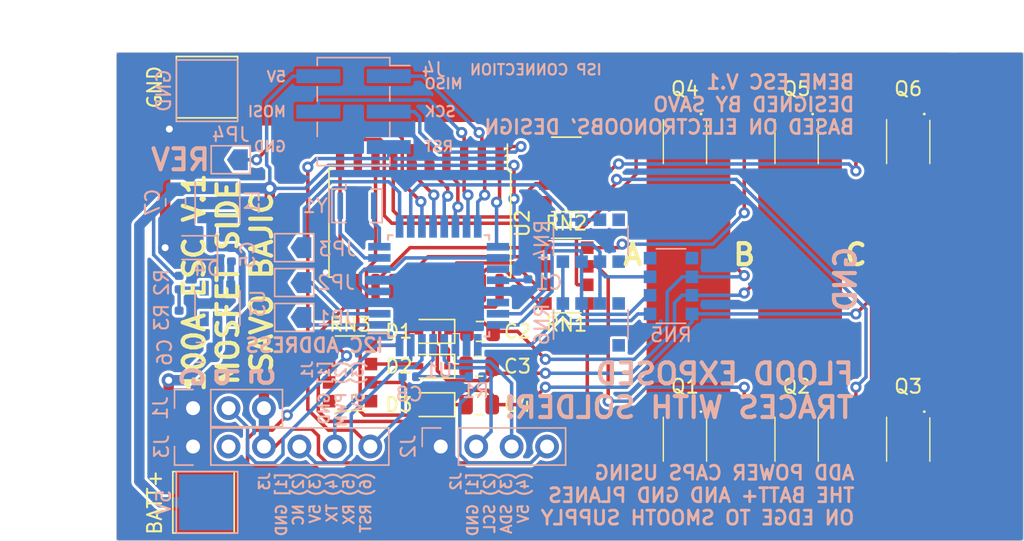
<source format=kicad_pcb>
(kicad_pcb (version 20221018) (generator pcbnew)
  (layers (0 "F.Cu" signal) (31 "B.Cu" signal) (34 "B.Paste" user) (35 "F.Paste" user) (36 "B.SilkS" user "B.Silkscreen") (37 "F.SilkS" user "F.Silkscreen") (38 "B.Mask" user) (39 "F.Mask" user) (44 "Edge.Cuts" user))
  (net 0 "")
  (net 1 "GND")
  (net 2 "+5V")
  (net 3 "AOUT")
  (net 4 "+BATT")
  (net 5 "BOUT")
  (net 6 "COUT")
  (net 7 "Net-(U1-AREF)")
  (net 8 "Net-(D1-K)")
  (net 9 "Net-(D2-K)")
  (net 10 "Net-(D3-K)")
  (net 11 "EXT_RST")
  (net 12 "Net-(U3-BST)")
  (net 13 "/HA")
  (net 14 "/LA")
  (net 15 "/HB")
  (net 16 "/LB")
  (net 17 "/HC")
  (net 18 "/LC")
  (net 19 "Net-(D4-K)")
  (net 20 "Net-(U1-~{RESET}{slash}PC6)")
  (net 21 "Net-(D1-A)")
  (net 22 "Net-(D2-A)")
  (net 23 "Net-(D3-A)")
  (net 25 "PWM_IN")
  (net 26 "SCL")
  (net 27 "SDA")
  (net 28 "RX")
  (net 29 "TX")
  (net 30 "/ADD_1")
  (net 31 "/ADD_2")
  (net 32 "/ADD_3")
  (net 33 "A_BEMF")
  (net 34 "C_BEMF")
  (net 35 "B_BEMF")
  (net 36 "ZERO")
  (net 37 "X1")
  (net 38 "X2")
  (net 39 "Net-(Q1-G)")
  (net 40 "Net-(Q2-G)")
  (net 41 "Net-(Q3-G)")
  (net 42 "Net-(Q4-G)")
  (net 43 "Net-(Q5-G)")
  (net 44 "Net-(Q6-G)")
  (net 45 "/REVERSE")
  (net 46 "Net-(U3-FB)")
  (net 47 "Net-(RN1-R4.2)")
  (net 48 "Net-(RN1-R3.2)")
  (net 49 "Net-(RN1-R2.2)")
  (net 50 "Net-(RN1-R1.2)")
  (net 55 "Net-(RN2-R2.2)")
  (net 56 "Net-(RN2-R1.2)")
  (footprint "esc:TPN2R903PLL1Q" (layer "F.Cu") (at 118.5 106.75 180)
    (fp_text reference "Q1")
    (fp_text value "Q_NMOS_SGD" hide)
  )
  (footprint "esc:TPN2R903PLL1Q" (layer "F.Cu") (at 118.5 85.425 180)
    (fp_text reference "Q4")
    (fp_text value "Q_NMOS_SGD" hide)
  )
  (footprint "Package_SO:SOIC-20W_7.5x12.8mm_P1.27mm" (layer "F.Cu") (at 99.5 91.25 -90)
    (fp_text reference "U2")
    (fp_text value "FAN7888")
  )
  (footprint "Capacitor_SMD:C_0805_2012Metric" (layer "F.Cu") (at 103.8125 99 180)
    (fp_text reference "C2")
    (fp_text value "4u7")
  )
  (footprint "Capacitor_SMD:C_0805_2012Metric" (layer "F.Cu") (at 103.75 101.5 180)
    (fp_text reference "C3")
    (fp_text value "4u7")
  )
  (footprint "Capacitor_SMD:C_0805_2012Metric" (layer "F.Cu") (at 103.75 104.25 180)
    (fp_text reference "C4")
    (fp_text value "4u7")
  )
  (footprint "Diode_SMD:D_SOD-323" (layer "F.Cu") (at 100.5 99 180)
    (fp_text reference "D1")
    (fp_text value "0v8")
  )
  (footprint "Diode_SMD:D_SOD-323" (layer "F.Cu") (at 100.5 101.5 180)
    (fp_text reference "D2")
    (fp_text value "0v8")
  )
  (footprint "Diode_SMD:D_SOD-323" (layer "F.Cu") (at 100.5 104.25 180)
    (fp_text reference "D3")
    (fp_text value "0v8")
  )
  (footprint "esc:TPN2R903PLL1Q" (layer "F.Cu") (at 126.5 106.75 180)
    (fp_text reference "Q2")
    (fp_text value "Q_NMOS_SGD" hide)
  )
  (footprint "esc:TPN2R903PLL1Q" (layer "F.Cu") (at 126.5 85.425 180)
    (fp_text reference "Q5")
    (fp_text value "Q_NMOS_SGD" hide)
  )
  (footprint "esc:TPN2R903PLL1Q" (layer "F.Cu") (at 134.5 106.75 180)
    (fp_text reference "Q3")
    (fp_text value "Q_NMOS_SGD" hide)
  )
  (footprint "esc:TPN2R903PLL1Q" (layer "F.Cu") (at 134.5 85.425 180)
    (fp_text reference "Q6")
    (fp_text value "Q_NMOS_SGD" hide)
  )
  (footprint "Resistor_SMD:R_Array_Convex_4x1206" (layer "F.Cu") (at 110 95 180)
    (fp_text reference "RN1")
    (fp_text value "100")
  )
  (footprint "Resistor_SMD:R_Array_Convex_4x1206" (layer "F.Cu") (at 110 87.75 180)
    (fp_text reference "RN2")
    (fp_text value "100")
  )
  (footprint "Resistor_SMD:R_Array_Convex_4x1206" (layer "F.Cu") (at 94.5 102)
    (fp_text reference "RN3")
    (fp_text value "100")
  )
  (footprint "TestPoint:TestPoint_Pad_4.0x4.0mm" (layer "F.Cu") (at 84 111.25 90)
    (fp_text reference "TP3" hide)
    (fp_text value "BATT+")
  )
  (footprint "TestPoint:TestPoint_Pad_4.0x4.0mm" (layer "F.Cu") (at 84.25 81.5 90)
    (fp_text reference "TP4" hide)
    (fp_text value "GND")
  )
  (footprint "Package_QFP:TQFP-32_7x7mm_P0.8mm" (layer "B.Cu") (at 100.85 95.735)
    (fp_text reference "U1")
    (fp_text value "ATmega328P-AU")
  )
  (footprint "Capacitor_SMD:C_0805_2012Metric" (layer "B.Cu") (at 83.75 100.5 180)
    (fp_text reference "C6")
    (fp_text value "10u")
  )
  (footprint "Capacitor_SMD:C_0402_1005Metric" (layer "B.Cu") (at 86 93.5 90)
    (fp_text reference "C5")
    (fp_text value "22n")
  )
  (footprint "Capacitor_SMD:C_0805_2012Metric" (layer "B.Cu") (at 82 89.75 -90)
    (fp_text reference "C7")
    (fp_text value "4u7")
  )
  (footprint "Diode_SMD:D_SOD-323" (layer "B.Cu") (at 83.5 93 180)
    (fp_text reference "D4")
    (fp_text value "0v8")
  )
  (footprint "Inductor_SMD:L_Taiyo-Yuden_NR-30xx" (layer "B.Cu") (at 85 89.75 90)
    (fp_text reference "L1")
    (fp_text value "4u7")
  )
  (footprint "Resistor_SMD:R_0402_1005Metric" (layer "B.Cu") (at 103.5 102.25 180)
    (fp_text reference "R1")
    (fp_text value "10k")
  )
  (footprint "Resistor_SMD:R_0402_1005Metric" (layer "B.Cu") (at 82.25 95.5 90)
    (fp_text reference "R2")
    (fp_text value "150k")
  )
  (footprint "Resistor_SMD:R_0402_1005Metric" (layer "B.Cu") (at 82.25 98 90)
    (fp_text reference "R3")
    (fp_text value "28k7")
  )
  (footprint "Package_TO_SOT_SMD:SOT-23-6" (layer "B.Cu") (at 85 97 90)
    (fp_text reference "U3")
    (fp_text value "ACT4088")
  )
  (footprint "Jumper:SolderJumper-2_P1.3mm_Open_TrianglePad1.0x1.5mm" (layer "B.Cu") (at 90.5 95.5 180)
    (fp_text reference "JP2")
    (fp_text value "ADD_2")
  )
  (footprint "Jumper:SolderJumper-2_P1.3mm_Open_TrianglePad1.0x1.5mm" (layer "B.Cu") (at 90.5 98 180)
    (fp_text reference "JP1")
    (fp_text value "ADD_1")
  )
  (footprint "Jumper:SolderJumper-2_P1.3mm_Open_TrianglePad1.0x1.5mm" (layer "B.Cu") (at 90.5 93 180)
    (fp_text reference "JP3")
    (fp_text value "ADD_3")
  )
  (footprint "Capacitor_SMD:C_0402_1005Metric" (layer "B.Cu") (at 98.75 102.25 180)
    (fp_text reference "C8")
    (fp_text value "100n")
  )
  (footprint "Connector_PinHeader_2.54mm:PinHeader_1x03_P2.54mm_Vertical" (layer "B.Cu") (at 83.25 104.5 -90)
    (fp_text reference "J1")
    (fp_text value "PWM_CTRL")
  )
  (footprint "Connector_PinHeader_2.54mm:PinHeader_1x04_P2.54mm_Vertical" (layer "B.Cu") (at 101 107.25 -90)
    (fp_text reference "J2")
    (fp_text value "I2C_CTRL")
  )
  (footprint "Resistor_SMD:R_Array_Convex_4x1206" (layer "B.Cu") (at 111.75 92.5 -90)
    (fp_text reference "RN4")
    (fp_text value "33k")
  )
  (footprint "Resistor_SMD:R_Array_Convex_4x1206" (layer "B.Cu") (at 117.5 95.75)
    (fp_text reference "RN5")
    (fp_text value "33k")
  )
  (footprint "Resistor_SMD:R_Array_Convex_4x1206" (layer "B.Cu") (at 111.75 98.5 -90)
    (fp_text reference "RN6")
    (fp_text value "10k")
  )
  (footprint "Crystal:Resonator_SMD_muRata_CSTxExxV-3Pin_3.0x1.1mm" (layer "B.Cu") (at 95 90)
    (fp_text reference "Y1")
    (fp_text value "16MHz")
  )
  (footprint "Connector_PinSocket_2.54mm:PinSocket_1x06_P2.54mm_Vertical" (layer "B.Cu") (at 83.25 107.25 -90)
    (fp_text reference "J3")
    (fp_text value "SER_PROG")
  )
  (footprint "Capacitor_SMD:C_0402_1005Metric" (layer "B.Cu") (at 107.25 95.75 90)
    (fp_text reference "C1")
    (fp_text value "100n")
  )
  (footprint "TestPoint:TestPoint_Pad_4.0x4.0mm" (layer "B.Cu") (at 84.25 111.25 90)
    (fp_text reference "TP1" hide)
    (fp_text value "5V")
  )
  (footprint "TestPoint:TestPoint_Pad_4.0x4.0mm" (layer "B.Cu") (at 84.25 81.75 90)
    (fp_text reference "TP2" hide)
    (fp_text value "GND")
  )
  (footprint "Connector_PinHeader_2.54mm:PinHeader_2x03_P2.54mm_Vertical_SMD" (layer "B.Cu") (at 94.75 83.25 180)
    (fp_text reference "J4")
    (fp_text value "ISP")
  )
  (footprint "Jumper:SolderJumper-2_P1.3mm_Open_TrianglePad1.0x1.5mm" (layer "B.Cu") (at 85.95 86.7 180)
    (fp_text reference "JP4")
    (fp_text value "REVERSE")
  )
  (gr_line (start 77.75 79) (end 77.75 114) (stroke (width 0.05)) (layer "Edge.Cuts"))
  (gr_line (start 142.75 79) (end 77.75 79) (stroke (width 0.05)) (layer "Edge.Cuts"))
  (gr_line (start 142.75 114) (end 142.75 79) (stroke (width 0.05)) (layer "Edge.Cuts"))
  (gr_line (start 77.75 114) (end 142.75 114) (stroke (width 0.05)) (layer "Edge.Cuts"))
  (gr_text "J2\n[1] GND\n(2) SCL\n(3) SDA\n(4) 5V" (at 104.5 109 90) (layer "B.SilkS") (effects (font (size 0.75 0.75)) (justify left mirror)))
  (gr_text "J1\n[1] GND\n(2) PWM\n(3) 5V" (at 93.25 101 90) (layer "B.SilkS") (effects (font (size 0.75 0.75)) (justify left mirror)))
  (gr_text "MOSI" (at 90 83.25) (layer "B.SilkS") (effects (font (size 0.75 0.75)) (justify left mirror)))
  (gr_text "GND" (at 90 85.75) (layer "B.SilkS") (effects (font (size 0.75 0.75)) (justify left mirror)))
  (gr_text "MISO" (at 99.75 81.25) (layer "B.SilkS") (effects (font (size 0.75 0.75)) (justify right mirror)))
  (gr_text "SCK" (at 99.75 83.25) (layer "B.SilkS") (effects (font (size 0.75 0.75)) (justify right mirror)))
  (gr_text "RST" (at 99.75 85.75) (layer "B.SilkS") (effects (font (size 0.75 0.75)) (justify right mirror)))
  (gr_text "ADD POWER CAPS USING\nTHE BATT+ AND GND PLANES\nON EDGE TO SMOOTH SUPPLY" (at 130.75 110.75) (layer "B.SilkS") (effects (font (size 1 1) (thickness 0.2)) (justify left mirror)))
  (gr_text "ISP CONNECTION" (at 103 80.25) (layer "B.SilkS") (effects (font (size 0.75 0.75)) (justify right mirror)))
  (gr_text "G" (at 83.25 102.25 90) (layer "B.SilkS") (effects (font (size 1.5 1.5) (thickness 0.3)) (justify mirror)))
  (gr_text "FLOOD EXPOSED\nTRACES WITH SOLDER!" (at 130.75 103.25) (layer "B.SilkS") (effects (font (size 1.5 1.5) (thickness 0.3)) (justify left mirror)))
  (gr_text "5" (at 88.25 102.25 90) (layer "B.SilkS") (effects (font (size 1.5 1.5) (thickness 0.3)) (justify mirror)))
  (gr_text "5V" (at 90 80.75) (layer "B.SilkS") (effects (font (size 0.75 0.75)) (justify left mirror)))
  (gr_text "REV" (at 82.35 86.7) (layer "B.SilkS") (effects (font (size 1.5 1.5) (thickness 0.3)) (justify mirror)))
  (gr_text "BEMF ESC V.1\nDESIGNED BY SAVO\nBASED ON ELECTRONOOBS' DESIGN" (at 130.75 82.75) (layer "B.SilkS") (effects (font (size 1 1) (thickness 0.2)) (justify left mirror)))
  (gr_text "I2C ADDRESS" (at 97 100) (layer "B.SilkS") (effects (font (size 1 1) (thickness 0.2)) (justify left mirror)))
  (gr_text "P" (at 85.75 102.25 90) (layer "B.SilkS") (effects (font (size 1.5 1.5) (thickness 0.3)) (justify mirror)))
  (gr_text "J3\n[1] GND\n(2) NC\n(3) 5V\n(4) TX\n(5) RX\n(6) RST" (at 92 109 90) (layer "B.SilkS") (effects (font (size 0.75 0.75)) (justify left mirror)))
  (gr_text "GND" (at 130 95.25 90) (layer "B.SilkS") (effects (font (size 1.5 1.5) (thickness 0.3)) (justify mirror)))
  (gr_text "A" (at 114.75 93.5) (layer "F.SilkS") (effects (font (size 1.5 1.5) (thickness 0.3))))
  (gr_text "B" (at 122.75 93.5) (layer "F.SilkS") (effects (font (size 1.5 1.5) (thickness 0.3))))
  (gr_text "C" (at 130.75 93.5) (layer "F.SilkS") (effects (font (size 1.5 1.5) (thickness 0.3))))
  (gr_text "100A ESC V.1\nMOSFET SIDE\nSAVO BAJIC" (at 85.75 95.5 90) (layer "F.SilkS") (effects (font (size 1.5 1.5) (thickness 0.3))))
  (segment (start 81.25 93) (end 81.25 86) (width 0.75) (layer "F.Cu") (net 1))
  (segment (start 81.25 85.507106) (end 81.25 86) (width 0.75) (layer "F.Cu") (net 1))
  (segment (start 81.55 84.5) (end 81.55 85.207106) (width 0.75) (layer "F.Cu") (net 1))
  (segment (start 93.785 95.785) (end 92.75 94.75) (width 0.25) (layer "F.Cu") (net 1))
  (segment (start 81.55 85.207106) (end 81.25 85.507106) (width 0.75) (layer "F.Cu") (net 1))
  (segment (start 93.785 95.9) (end 93.785 95.785) (width 0.25) (layer "F.Cu") (net 1))
  (via (at 81.55 84.5) (size 1) (drill 0.5) (layers "F.Cu" "B.Cu") (net 1))
  (via (at 81.25 93) (size 1) (drill 0.5) (layers "F.Cu" "B.Cu") (net 1))
  (via (at 92.75 94.75) (size 0.8) (drill 0.4) (layers "F.Cu" "B.Cu") (net 1))
  (segment (start 82.45 93) (end 82.45 91.3875) (width 0.7) (layer "B.Cu") (net 1))
  (segment (start 98 95.5) (end 97.835 95.335) (width 0.25) (layer "B.Cu") (net 1))
  (segment (start 83.65 103) (end 89 103) (width 0.25) (layer "B.Cu") (net 1))
  (segment (start 83.45 93.925) (end 82.525 93) (width 0.7) (layer "B.Cu") (net 1))
  (segment (start 82.525 93) (end 82.45 93) (width 0.7) (layer "B.Cu") (net 1))
  (segment (start 89.775 95.5) (end 89.775 93) (width 0.25) (layer "B.Cu") (net 1))
  (segment (start 83.284999 97.019999) (end 83.174999 97.129999) (width 0.7) (layer "B.Cu") (net 1))
  (segment (start 85 95.004998) (end 83.920002 93.925) (width 0.7) (layer "B.Cu") (net 1))
  (segment (start 83.25 104.5) (end 83.25 103.4) (width 0.25) (layer "B.Cu") (net 1))
  (segment (start 96.6 96.935) (end 97.65 96.935) (width 0.25) (layer "B.Cu") (net 1))
  (segment (start 98 96.585) (end 98.45 96.135) (width 0.25) (layer "B.Cu") (net 1))
  (segment (start 83.275 104.5) (end 83.25 104.5) (width 0.25) (layer "B.Cu") (net 1))
  (segment (start 107.774999 100.651999) (end 108.426998 100) (width 0.25) (layer "B.Cu") (net 1))
  (segment (start 101.52501 108.87501) (end 108.733992 108.87501) (width 0.25) (layer "B.Cu") (net 1))
  (segment (start 107.57 96.235) (end 107.25 96.235) (width 0.25) (layer "B.Cu") (net 1))
  (segment (start 89.775 91.017178) (end 92.967222 87.824956) (width 0.25) (layer "B.Cu") (net 1))
  (segment (start 97.65 95.335) (end 96.6 95.335) (width 0.25) (layer "B.Cu") (net 1))
  (segment (start 89.775 95.5) (end 89.775 98) (width 0.25) (layer "B.Cu") (net 1))
  (segment (start 85 95.9) (end 85 95.004998) (width 0.7) (layer "B.Cu") (net 1))
  (segment (start 82.8125 99.8) (end 82.8125 100.5) (width 0.7) (layer "B.Cu") (net 1))
  (segment (start 108.733992 108.87501) (end 109.795001 107.814001) (width 0.25) (layer "B.Cu") (net 1))
  (segment (start 92.967222 87.824956) (end 108.574956 87.824956) (width 0.25) (layer "B.Cu") (net 1))
  (segment (start 84.25 81.75) (end 84.25 81.8) (width 0.75) (layer "B.Cu") (net 1))
  (segment (start 83.920002 93.925) (end 83.45 93.925) (width 0.7) (layer "B.Cu") (net 1))
  (segment (start 85 96.795002) (end 84.775003 97.019999) (width 0.7) (layer "B.Cu") (net 1))
  (segment (start 108.574956 87.824956) (end 110.974999 90.224999) (width 0.25) (layer "B.Cu") (net 1))
  (segment (start 82.45 91.3875) (end 81.75 90.6875) (width 0.7) (layer "B.Cu") (net 1))
  (segment (start 109.217177 91.775001) (end 108.074981 92.917197) (width 0.25) (layer "B.Cu") (net 1))
  (segment (start 98.45 96.135) (end 105.1 96.135) (width 0.25) (layer "B.Cu") (net 1))
  (segment (start 85 95.9) (end 85 96.795002) (width 0.7) (layer "B.Cu") (net 1))
  (segment (start 110.974999 90.224999) (end 114.460001 90.224999) (width 0.25) (layer "B.Cu") (net 1))
  (segment (start 83.25 108.35) (end 83.25 107.25) (width 0.25) (layer "B.Cu") (net 1))
  (segment (start 84.775003 97.019999) (end 83.284999 97.019999) (width 0.7) (layer "B.Cu") (net 1))
  (segment (start 108.074981 95.730019) (end 107.57 96.235) (width 0.25) (layer "B.Cu") (net 1))
  (segment (start 88.5 89.75) (end 89.75 91) (width 0.25) (layer "B.Cu") (net 1))
  (segment (start 105.2 96.235) (end 105.1 96.135) (width 0.25) (layer "B.Cu") (net 1))
  (segment (start 89.775 92.25) (end 89.75 91) (width 0.25) (layer "B.Cu") (net 1))
  (segment (start 109.795001 107.814001) (end 109.795001 105.368003) (width 0.25) (layer "B.Cu") (net 1))
  (segment (start 114.525001 90.289999) (end 114.525001 91.710001) (width 0.25) (layer "B.Cu") (net 1))
  (segment (start 83.775011 108.875011) (end 83.25 108.35) (width 0.25) (layer "B.Cu") (net 1))
  (segment (start 84.25 81.75) (end 84.25 83) (width 0.75) (layer "B.Cu") (net 1))
  (segment (start 92.75 94.75) (end 92.840001 94.659999) (width 0.25) (layer "B.Cu") (net 1))
  (segment (start 93.274999 88.789999) (end 93.274999 94.659999) (width 0.25) (layer "B.Cu") (net 1))
  (segment (start 89.75 91) (end 89.775 91.017178) (width 0.25) (layer "B.Cu") (net 1))
  (segment (start 109.75 100) (end 111.09 100) (width 0.25) (layer "B.Cu") (net 1))
  (segment (start 95.55 96.935) (end 96.6 96.935) (width 0.25) (layer "B.Cu") (net 1))
  (segment (start 100.474989 108.875011) (end 83.775011 108.875011) (width 0.25) (layer "B.Cu") (net 1))
  (segment (start 114.460001 91.775001) (end 109.217177 91.775001) (width 0.25) (layer "B.Cu") (net 1))
  (segment (start 114.525001 91.710001) (end 114.460001 91.775001) (width 0.25) (layer "B.Cu") (net 1))
  (segment (start 82.25 98.485) (end 82.25 99.9375) (width 0.25) (layer "B.Cu") (net 1))
  (segment (start 83.25 104.5) (end 83.25 107.25) (width 0.75) (layer "B.Cu") (net 1))
  (segment (start 109.05 100) (end 109.75 100) (width 0.25) (layer "B.Cu") (net 1))
  (segment (start 97.65 96.935) (end 98 96.585) (width 0.25) (layer "B.Cu") (net 1))
  (segment (start 92.840001 94.659999) (end 93.274999 94.659999) (width 0.25) (layer "B.Cu") (net 1))
  (segment (start 97.835 95.335) (end 97.65 95.335) (width 0.25) (layer "B.Cu") (net 1))
  (segment (start 107.774999 103.348001) (end 107.774999 100.651999) (width 0.25) (layer "B.Cu") (net 1))
  (segment (start 93.339999 88.724999) (end 93.274999 88.789999) (width 0.25) (layer "B.Cu") (net 1))
  (segment (start 82.9375 89.75) (end 88.5 89.75) (width 0.25) (layer "B.Cu") (net 1))
  (segment (start 108.074981 92.917197) (end 108.074981 95.730019) (width 0.25) (layer "B.Cu") (net 1))
  (segment (start 93.274999 94.659999) (end 95.55 96.935) (width 0.25) (layer "B.Cu") (net 1))
  (segment (start 107.25 96.235) (end 105.2 96.235) (width 0.25) (layer "B.Cu") (net 1))
  (segment (start 82.45 93) (end 81.25 93) (width 0.75) (layer "B.Cu") (net 1))
  (segment (start 94.924999 88.724999) (end 93.339999 88.724999) (width 0.25) (layer "B.Cu") (net 1))
  (segment (start 83.174999 99.437501) (end 82.8125 99.8) (width 0.7) (layer "B.Cu") (net 1))
  (segment (start 83.174999 97.129999) (end 83.174999 99.437501) (width 0.7) (layer "B.Cu") (net 1))
  (segment (start 98 96.585) (end 98 95.5) (width 0.25) (layer "B.Cu") (net 1))
  (segment (start 89.775 93) (end 89.775 92.25) (width 0.25) (layer "B.Cu") (net 1))
  (segment (start 82.25 99.9375) (end 82.8125 100.5) (width 0.25) (layer "B.Cu") (net 1))
  (segment (start 101 108.35) (end 100.474989 108.875011) (width 0.25) (layer "B.Cu") (net 1))
  (segment (start 101 108.35) (end 101.52501 108.87501) (width 0.25) (layer "B.Cu") (net 1))
  (segment (start 95 88.8) (end 94.924999 88.724999) (width 0.25) (layer "B.Cu") (net 1))
  (segment (start 95 90) (end 95 88.8) (width 0.25) (layer "B.Cu") (net 1))
  (segment (start 109.795001 105.368003) (end 107.774999 103.348001) (width 0.25) (layer "B.Cu") (net 1))
  (segment (start 83.25 103.4) (end 83.65 103) (width 0.25) (layer "B.Cu") (net 1))
  (segment (start 114.460001 90.224999) (end 114.525001 90.289999) (width 0.25) (layer "B.Cu") (net 1))
  (segment (start 82 90.6875) (end 82.9375 89.75) (width 0.25) (layer "B.Cu") (net 1))
  (segment (start 108.426998 100) (end 109.05 100) (width 0.25) (layer "B.Cu") (net 1))
  (segment (start 89 103) (end 89.775 102.225) (width 0.25) (layer "B.Cu") (net 1))
  (segment (start 101 107.25) (end 101 108.35) (width 0.25) (layer "B.Cu") (net 1))
  (segment (start 84.25 81.8) (end 81.55 84.5) (width 0.75) (layer "B.Cu") (net 1))
  (segment (start 112.41 100) (end 111.09 100) (width 0.25) (layer "B.Cu") (net 1))
  (segment (start 89.775 102.225) (end 89.775 98) (width 0.25) (layer "B.Cu") (net 1))
  (segment (start 88.33 104.5) (end 88.33 103.297919) (width 0.75) (layer "F.Cu") (net 2))
  (segment (start 91.75 106) (end 90.380998 106) (width 0.25) (layer "F.Cu") (net 2))
  (segment (start 92.234999 106.484999) (end 91.75 106) (width 0.25) (layer "F.Cu") (net 2))
  (segment (start 106.25 87.25) (end 106.25 87.099956) (width 0.25) (layer "F.Cu") (net 2))
  (segment (start 89.130998 107.25) (end 88.33 107.25) (width 0.25) (layer "F.Cu") (net 2))
  (segment (start 106.25 89.5) (end 106.25 87.25) (width 0.25) (layer "F.Cu") (net 2))
  (segment (start 88.33 103.297919) (end 88.75 102.877919) (width 0.75) (layer "F.Cu") (net 2))
  (segment (start 88.75 102.877919) (end 88.75 88.75) (width 0.75) (layer "F.Cu") (net 2))
  (segment (start 107.444999 108.425001) (end 92.845999 108.425001) (width 0.25) (layer "F.Cu") (net 2))
  (segment (start 92.845999 108.425001) (end 92.234999 107.814001) (width 0.25) (layer "F.Cu") (net 2))
  (segment (start 90.380998 106) (end 89.130998 107.25) (width 0.25) (layer "F.Cu") (net 2))
  (segment (start 92.234999 107.814001) (end 92.234999 106.484999) (width 0.25) (layer "F.Cu") (net 2))
  (segment (start 108.62 107.25) (end 107.444999 108.425001) (width 0.25) (layer "F.Cu") (net 2))
  (via (at 88.75 88.75) (size 1) (drill 0.5) (layers "F.Cu" "B.Cu") (net 2))
  (via (at 106.25 89.5) (size 0.8) (drill 0.4) (layers "F.Cu" "B.Cu") (net 2))
  (via (at 106.25 87.099956) (size 0.8) (drill 0.4) (layers "F.Cu" "B.Cu") (net 2))
  (segment (start 88.75 88.75) (end 88.75 87.299912) (width 0.25) (layer "B.Cu") (net 2))
  (segment (start 96.6 94.535) (end 97.65 94.535) (width 0.25) (layer "B.Cu") (net 2))
  (segment (start 95.25 95.645002) (end 95.25 94.835) (width 0.25) (layer "B.Cu") (net 2))
  (segment (start 95.25 94.835) (end 95.55 94.535) (width 0.25) (layer "B.Cu") (net 2))
  (segment (start 80.908998 111.25) (end 79.399991 109.740993) (width 0.75) (layer "B.Cu") (net 2))
  (segment (start 88.75 88.75) (end 85.1 88.75) (width 0.75) (layer "B.Cu") (net 2))
  (segment (start 95.739998 96.135) (end 95.25 95.645002) (width 0.25) (layer "B.Cu") (net 2))
  (segment (start 106.15 93.735) (end 106.25 93.635) (width 0.25) (layer "B.Cu") (net 2))
  (segment (start 102.975999 108.425001) (end 107.444999 108.425001) (width 0.25) (layer "B.Cu") (net 2))
  (segment (start 107.444999 108.425001) (end 107.770001 108.099999) (width 0.25) (layer "B.Cu") (net 2))
  (segment (start 104.05 93.735) (end 105.1 93.735) (width 0.25) (layer "B.Cu") (net 2))
  (segment (start 96.6 96.135) (end 95.739998 96.135) (width 0.25) (layer "B.Cu") (net 2))
  (segment (start 84.8375 88.8125) (end 85 88.65) (width 0.7) (layer "B.Cu") (net 2))
  (segment (start 88.524999 87.074911) (end 88.524999 82.585001) (width 0.25) (layer "B.Cu") (net 2))
  (segment (start 98.45 93.735) (end 104.05 93.735) (width 0.25) (layer "B.Cu") (net 2))
  (segment (start 88.33 104.5) (end 88.33 107.25) (width 0.75) (layer "B.Cu") (net 2))
  (segment (start 107.770001 108.099999) (end 108.62 107.25) (width 0.25) (layer "B.Cu") (net 2))
  (segment (start 84.25 111.25) (end 80.908998 111.25) (width 0.75) (layer "B.Cu") (net 2))
  (segment (start 79.399991 91.412509) (end 81.514473 89.298027) (width 0.75) (layer "B.Cu") (net 2))
  (segment (start 82 88.8125) (end 80.424999 90.387501) (width 0.25) (layer "B.Cu") (net 2))
  (segment (start 85.1 88.75) (end 85 88.65) (width 0.75) (layer "B.Cu") (net 2))
  (segment (start 81.75 88.8125) (end 84.8375 88.8125) (width 0.7) (layer "B.Cu") (net 2))
  (segment (start 105.1 93.735) (end 106.15 93.735) (width 0.25) (layer "B.Cu") (net 2))
  (segment (start 91.3 88.75) (end 92.95 87.1) (width 0.25) (layer "B.Cu") (net 2))
  (segment (start 92.225 80.71) (end 90.4 80.71) (width 0.25) (layer "B.Cu") (net 2))
  (segment (start 106.25 87.099956) (end 92.95 87.1) (width 0.25) (layer "B.Cu") (net 2))
  (segment (start 106.25 93.635) (end 106.25 89.5) (width 0.25) (layer "B.Cu") (net 2))
  (segment (start 88.75 87.299912) (end 88.550044 87.099956) (width 0.25) (layer "B.Cu") (net 2))
  (segment (start 88.524999 82.585001) (end 90.4 80.71) (width 0.25) (layer "B.Cu") (net 2))
  (segment (start 88.550044 87.099956) (end 88.524999 87.074911) (width 0.25) (layer "B.Cu") (net 2))
  (segment (start 80.424999 90.387501) (end 80.424999 93.509999) (width 0.25) (layer "B.Cu") (net 2))
  (segment (start 97.65 94.535) (end 98.45 93.735) (width 0.25) (layer "B.Cu") (net 2))
  (segment (start 80.424999 93.509999) (end 81.93 95.015) (width 0.25) (layer "B.Cu") (net 2))
  (segment (start 81.93 95.015) (end 82.25 95.015) (width 0.25) (layer "B.Cu") (net 2))
  (segment (start 79.399991 109.740993) (end 79.399991 91.412509) (width 0.75) (layer "B.Cu") (net 2))
  (segment (start 102.364999 107.814001) (end 102.975999 108.425001) (width 0.25) (layer "B.Cu") (net 2))
  (segment (start 102.364999 104.190001) (end 102.364999 107.814001) (width 0.25) (layer "B.Cu") (net 2))
  (segment (start 95.55 94.535) (end 96.6 94.535) (width 0.25) (layer "B.Cu") (net 2))
  (segment (start 81.514473 89.298027) (end 82 88.8125) (width 0.75) (layer "B.Cu") (net 2))
  (segment (start 103.985 102.25) (end 103.985 102.57) (width 0.25) (layer "B.Cu") (net 2))
  (segment (start 103.985 102.57) (end 102.364999 104.190001) (width 0.25) (layer "B.Cu") (net 2))
  (segment (start 88.75 88.75) (end 91.3 88.75) (width 0.25) (layer "B.Cu") (net 2))
  (segment (start 104.264473 98.514473) (end 104.75 99) (width 0.25) (layer "F.Cu") (net 3))
  (segment (start 118.5 90.75) (end 118.5 85.75) (width 0.25) (layer "F.Cu") (net 3))
  (segment (start 108.5 101) (end 106.5 99) (width 0.25) (layer "F.Cu") (net 3))
  (segment (start 102.675 96.963178) (end 104.226295 98.514473) (width 0.25) (layer "F.Cu") (net 3))
  (segment (start 102.675 95.9) (end 102.675 96.963178) (width 0.25) (layer "F.Cu") (net 3))
  (segment (start 106.5 99) (end 104.75 99) (width 0.25) (layer "F.Cu") (net 3))
  (segment (start 122.75 95) (end 118.5 90.75) (width 0.25) (layer "F.Cu") (net 3))
  (segment (start 104.226295 98.514473) (end 104.264473 98.514473) (width 0.25) (layer "F.Cu") (net 3))
  (via (at 122.75 95) (size 0.8) (drill 0.4) (layers "F.Cu" "B.Cu") (net 3))
  (via (at 108.5 101) (size 0.8) (drill 0.4) (layers "F.Cu" "B.Cu") (net 3))
  (segment (start 117.22501 98.646402) (end 114.871412 101) (width 0.25) (layer "B.Cu") (net 3))
  (segment (start 114.871412 101) (end 108.5 101) (width 0.25) (layer "B.Cu") (net 3))
  (segment (start 119 95.09) (end 122.66 95.09) (width 0.25) (layer "B.Cu") (net 3))
  (segment (start 119 95.09) (end 118.3 95.09) (width 0.25) (layer "B.Cu") (net 3))
  (segment (start 118.3 95.09) (end 117.225011 96.164989) (width 0.25) (layer "B.Cu") (net 3))
  (segment (start 117.225011 96.164989) (end 117.22501 98.646402) (width 0.25) (layer "B.Cu") (net 3))
  (segment (start 122.66 95.09) (end 122.75 95) (width 0.25) (layer "B.Cu") (net 3))
  (segment (start 88.925001 106.074999) (end 87.765999 106.074999) (width 0.25) (layer "F.Cu") (net 4))
  (segment (start 84 111.25) (end 81.5 108.75) (width 0.75) (layer "F.Cu") (net 4))
  (segment (start 95.055 98.645) (end 95.055 96.925) (width 0.25) (layer "F.Cu") (net 4))
  (segment (start 87.154999 106.685999) (end 87.154999 110.345001) (width 0.25) (layer "F.Cu") (net 4))
  (segment (start 93 100) (end 93.5 100) (width 0.25) (layer "F.Cu") (net 4))
  (segment (start 95.055 96.925) (end 95.055 95.9) (width 0.25) (layer "F.Cu") (net 4))
  (segment (start 93.7 100) (end 94.225 99.475) (width 0.25) (layer "F.Cu") (net 4))
  (segment (start 94.225 99.475) (end 95.055 98.645) (width 0.25) (layer "F.Cu") (net 4))
  (segment (start 86.25 111.25) (end 84 111.25) (width 0.25) (layer "F.Cu") (net 4))
  (segment (start 93 102.66) (end 93 101.34) (width 0.25) (layer "F.Cu") (net 4))
  (segment (start 90 105) (end 88.925001 106.074999) (width 0.25) (layer "F.Cu") (net 4))
  (segment (start 87.765999 106.074999) (end 87.154999 106.685999) (width 0.25) (layer "F.Cu") (net 4))
  (segment (start 87.154999 110.345001) (end 86.25 111.25) (width 0.25) (layer "F.Cu") (net 4))
  (segment (start 81.5 108.75) (end 81.5 102.5) (width 0.75) (layer "F.Cu") (net 4))
  (segment (start 93 101.34) (end 93 100) (width 0.25) (layer "F.Cu") (net 4))
  (segment (start 93 100) (end 93.7 100) (width 0.25) (layer "F.Cu") (net 4))
  (segment (start 93.5 100) (end 94.25 100.75) (width 0.25) (layer "F.Cu") (net 4))
  (via (at 94.25 100.75) (size 0.8) (drill 0.4) (layers "F.Cu" "B.Cu") (net 4))
  (via (at 90 105) (size 0.8) (drill 0.4) (layers "F.Cu" "B.Cu") (net 4))
  (via (at 81.5 102.5) (size 1) (drill 0.5) (layers "F.Cu" "B.Cu") (net 4))
  (segment (start 81.5 102.5) (end 82.6875 102.5) (width 0.75) (layer "B.Cu") (net 4))
  (segment (start 85 100.1875) (end 85 98.1) (width 0.7) (layer "B.Cu") (net 4))
  (segment (start 84.6875 100.5) (end 85 100.1875) (width 0.7) (layer "B.Cu") (net 4))
  (segment (start 94.25 100.75) (end 90 105) (width 0.25) (layer "B.Cu") (net 4))
  (segment (start 82.6875 102.5) (end 84.6875 100.5) (width 0.75) (layer "B.Cu") (net 4))
  (segment (start 104.36249 102.52501) (end 101.465008 102.52501) (width 0.25) (layer "F.Cu") (net 5))
  (segment (start 100.474989 97.974989) (end 100 97.5) (width 0.25) (layer "F.Cu") (net 5))
  (segment (start 104.6875 101.5) (end 105.1875 102) (width 0.25) (layer "F.Cu") (net 5))
  (segment (start 98.17 97.5) (end 97.595 96.925) (width 0.25) (layer "F.Cu") (net 5))
  (segment (start 100.75 101.810002) (end 100.75 100.13641) (width 0.25) (layer "F.Cu") (net 5))
  (segment (start 97.595 96.925) (end 97.595 95.9) (width 0.25) (layer "F.Cu") (net 5))
  (segment (start 100.75 100.13641) (end 100.474989 99.861399) (width 0.25) (layer "F.Cu") (net 5))
  (segment (start 105.1875 102) (end 108.5 102) (width 0.25) (layer "F.Cu") (net 5))
  (segment (start 100 97.5) (end 98.17 97.5) (width 0.25) (layer "F.Cu") (net 5))
  (segment (start 122.75 96.25) (end 126.5 92.5) (width 0.25) (layer "F.Cu") (net 5))
  (segment (start 126.5 92.5) (end 126.5 85.75) (width 0.25) (layer "F.Cu") (net 5))
  (segment (start 101.465008 102.52501) (end 100.75 101.810002) (width 0.25) (layer "F.Cu") (net 5))
  (segment (start 104.6875 102.2) (end 104.36249 102.52501) (width 0.25) (layer "F.Cu") (net 5))
  (segment (start 104.6875 101.5) (end 104.6875 102.2) (width 0.25) (layer "F.Cu") (net 5))
  (segment (start 100.474989 99.861399) (end 100.474989 97.974989) (width 0.25) (layer "F.Cu") (net 5))
  (via (at 108.5 102) (size 0.8) (drill 0.4) (layers "F.Cu" "B.Cu") (net 5))
  (via (at 122.75 96.25) (size 0.8) (drill 0.4) (layers "F.Cu" "B.Cu") (net 5))
  (segment (start 122.59 96.41) (end 122.75 96.25) (width 0.25) (layer "B.Cu") (net 5))
  (segment (start 117.75 96.96) (end 118.3 96.41) (width 0.25) (layer "B.Cu") (net 5))
  (segment (start 114.685 102) (end 117.75 98.935) (width 0.25) (layer "B.Cu") (net 5))
  (segment (start 118.3 96.41) (end 119 96.41) (width 0.25) (layer "B.Cu") (net 5))
  (segment (start 117.75 98.935) (end 117.75 96.96) (width 0.25) (layer "B.Cu") (net 5))
  (segment (start 119 96.41) (end 122.59 96.41) (width 0.25) (layer "B.Cu") (net 5))
  (segment (start 108.5 102) (end 114.685 102) (width 0.25) (layer "B.Cu") (net 5))
  (segment (start 104.6875 104.25) (end 104.6875 103.55) (width 0.25) (layer "F.Cu") (net 6))
  (segment (start 95.224999 99.289999) (end 95.68001 98.834988) (width 0.25) (layer "F.Cu") (net 6))
  (segment (start 95.68001 94.56999) (end 96.325 93.925) (width 0.25) (layer "F.Cu") (net 6))
  (segment (start 104.36249 103.22499) (end 101.585012 103.22499) (width 0.25) (layer "F.Cu") (net 6))
  (segment (start 104.6875 103.55) (end 104.36249 103.22499) (width 0.25) (layer "F.Cu") (net 6))
  (segment (start 95.514998 105) (end 95.224999 104.710001) (width 0.25) (layer "F.Cu") (net 6))
  (segment (start 104.6875 104.25) (end 107.25 104.25) (width 0.25) (layer "F.Cu") (net 6))
  (segment (start 95.224999 104.710001) (end 95.224999 99.289999) (width 0.25) (layer "F.Cu") (net 6))
  (segment (start 101.585012 103.22499) (end 99.810002 105) (width 0.25) (layer "F.Cu") (net 6))
  (segment (start 134.5 94) (end 134.5 85.75) (width 0.25) (layer "F.Cu") (net 6))
  (segment (start 95.68001 98.834988) (end 95.68001 94.56999) (width 0.25) (layer "F.Cu") (net 6))
  (segment (start 107.25 104.25) (end 108.5 103) (width 0.25) (layer "F.Cu") (net 6))
  (segment (start 96.325 93.925) (end 96.325 86.6) (width 0.25) (layer "F.Cu") (net 6))
  (segment (start 99.810002 105) (end 95.514998 105) (width 0.25) (layer "F.Cu") (net 6))
  (segment (start 130.75 97.75) (end 134.5 94) (width 0.25) (layer "F.Cu") (net 6))
  (via (at 108.5 103) (size 0.8) (drill 0.4) (layers "F.Cu" "B.Cu") (net 6))
  (via (at 130.75 97.75) (size 0.8) (drill 0.4) (layers "F.Cu" "B.Cu") (net 6))
  (segment (start 119 97.75) (end 130.75 97.75) (width 0.25) (layer "B.Cu") (net 6))
  (segment (start 119 97.75) (end 119 98.32141) (width 0.25) (layer "B.Cu") (net 6))
  (segment (start 114.32141 103) (end 109.065685 103) (width 0.25) (layer "B.Cu") (net 6))
  (segment (start 109.065685 103) (end 108.5 103) (width 0.25) (layer "B.Cu") (net 6))
  (segment (start 119 98.32141) (end 114.32141 103) (width 0.25) (layer "B.Cu") (net 6))
  (segment (start 107.18 95.335) (end 107.25 95.265) (width 0.25) (layer "B.Cu") (net 7))
  (segment (start 105.1 95.335) (end 107.18 95.335) (width 0.25) (layer "B.Cu") (net 7))
  (segment (start 102.04999 94.828242) (end 102.328242 94.54999) (width 0.25) (layer "F.Cu") (net 8))
  (segment (start 103.31999 96.971758) (end 103.598242 97.25001) (width 0.25) (layer "F.Cu") (net 8))
  (segment (start 102.875 99) (end 101.55 99) (width 0.25) (layer "F.Cu") (net 8))
  (segment (start 104.88999 97.25001) (end 105.215 96.925) (width 0.25) (layer "F.Cu") (net 8))
  (segment (start 102.04999 98.17499) (end 102.04999 94.828242) (width 0.25) (layer "F.Cu") (net 8))
  (segment (start 103.021758 94.54999) (end 103.31999 94.848222) (width 0.25) (layer "F.Cu") (net 8))
  (segment (start 103.31999 94.848222) (end 103.31999 96.971758) (width 0.25) (layer "F.Cu") (net 8))
  (segment (start 102.875 99) (end 102.04999 98.17499) (width 0.25) (layer "F.Cu") (net 8))
  (segment (start 103.598242 97.25001) (end 104.88999 97.25001) (width 0.25) (layer "F.Cu") (net 8))
  (segment (start 105.215 96.925) (end 105.215 95.9) (width 0.25) (layer "F.Cu") (net 8))
  (segment (start 102.328242 94.54999) (end 103.021758 94.54999) (width 0.25) (layer "F.Cu") (net 8))
  (segment (start 100.924999 97.424999) (end 100.5 97) (width 0.25) (layer "F.Cu") (net 9))
  (segment (start 100.25 96.735) (end 100.25 96) (width 0.25) (layer "F.Cu") (net 9))
  (segment (start 101.55 101.5) (end 101.55 100.3) (width 0.25) (layer "F.Cu") (net 9))
  (segment (start 101.55 101.5) (end 102.8125 101.5) (width 0.25) (layer "F.Cu") (net 9))
  (segment (start 100.5 97) (end 100.135 96.635) (width 0.25) (layer "F.Cu") (net 9))
  (segment (start 100.924999 99.674999) (end 100.924999 97.424999) (width 0.25) (layer "F.Cu") (net 9))
  (segment (start 101.55 100.3) (end 100.924999 99.674999) (width 0.25) (layer "F.Cu") (net 9))
  (segment (start 92.224999 99.156769) (end 94.42999 96.951778) (width 0.25) (layer "F.Cu") (net 10))
  (segment (start 94.42999 94.92999) (end 94.41001 94.91001) (width 0.25) (layer "F.Cu") (net 10))
  (segment (start 92.224999 104.710001) (end 92.224999 99.156769) (width 0.25) (layer "F.Cu") (net 10))
  (segment (start 94.41001 94.91001) (end 94.41001 94.66001) (width 0.25) (layer "F.Cu") (net 10))
  (segment (start 94.41001 94.66001) (end 93.785 94.035) (width 0.25) (layer "F.Cu") (net 10))
  (segment (start 101.55 104.25) (end 102.8125 104.25) (width 0.25) (layer "F.Cu") (net 10))
  (segment (start 101.55 104.725) (end 100.82499 105.45001) (width 0.25) (layer "F.Cu") (net 10))
  (segment (start 93.785 94.035) (end 93.785 86.6) (width 0.25) (layer "F.Cu") (net 10))
  (segment (start 92.965008 105.45001) (end 92.224999 104.710001) (width 0.25) (layer "F.Cu") (net 10))
  (segment (start 94.42999 96.951778) (end 94.42999 94.92999) (width 0.25) (layer "F.Cu") (net 10))
  (segment (start 101.55 104.25) (end 101.55 104.725) (width 0.25) (layer "F.Cu") (net 10))
  (segment (start 100.82499 105.45001) (end 92.965008 105.45001) (width 0.25) (layer "F.Cu") (net 10))
  (segment (start 91.475001 87.225001) (end 91.475001 104.596413) (width 0.25) (layer "F.Cu") (net 11))
  (segment (start 92.953587 106.074999) (end 94.774999 106.074999) (width 0.25) (layer "F.Cu") (net 11))
  (segment (start 95.100001 106.400001) (end 95.95 107.25) (width 0.25) (layer "F.Cu") (net 11))
  (segment (start 94.774999 106.074999) (end 95.100001 106.400001) (width 0.25) (layer "F.Cu") (net 11))
  (segment (start 91.475001 104.596413) (end 92.953587 106.074999) (width 0.25) (layer "F.Cu") (net 11))
  (via (at 91.475001 87.225001) (size 0.8) (drill 0.4) (layers "F.Cu" "B.Cu") (net 11))
  (segment (start 97.199999 86.615001) (end 92.085001 86.615001) (width 0.25) (layer "B.Cu") (net 11))
  (segment (start 92.085001 86.615001) (end 91.475001 87.225001) (width 0.25) (layer "B.Cu") (net 11))
  (segment (start 98.265 104.935) (end 95.95 107.25) (width 0.25) (layer "B.Cu") (net 11))
  (segment (start 97.275 85.79) (end 97.275 86.54) (width 0.25) (layer "B.Cu") (net 11))
  (segment (start 97.275 86.54) (end 97.199999 86.615001) (width 0.25) (layer "B.Cu") (net 11))
  (segment (start 98.265 102.25) (end 98.265 104.935) (width 0.25) (layer "B.Cu") (net 11))
  (segment (start 85.95 94.035) (end 86 93.985) (width 0.5) (layer "B.Cu") (net 12))
  (segment (start 85.95 95.9) (end 85.95 94.035) (width 0.5) (layer "B.Cu") (net 12))
  (segment (start 105.215 86.6) (end 105.215 89.535) (width 0.25) (layer "F.Cu") (net 13))
  (segment (start 105.215 89.535) (end 105 89.75) (width 0.25) (layer "F.Cu") (net 13))
  (segment (start 106.065 85.75) (end 106.75 85.75) (width 0.25) (layer "F.Cu") (net 13))
  (segment (start 105.215 86.6) (end 106.065 85.75) (width 0.25) (layer "F.Cu") (net 13))
  (via (at 105 89.75) (size 0.8) (drill 0.4) (layers "F.Cu" "B.Cu") (net 13))
  (via (at 106.75 85.75) (size 0.8) (drill 0.4) (layers "F.Cu" "B.Cu") (net 13))
  (segment (start 105 92.835) (end 105.1 92.935) (width 0.25) (layer "B.Cu") (net 13))
  (segment (start 99.5 83.65) (end 99.1 83.25) (width 0.25) (layer "B.Cu") (net 13))
  (segment (start 105 89.75) (end 105 92.835) (width 0.25) (layer "B.Cu") (net 13))
  (segment (start 99.1 83.25) (end 97.275 83.25) (width 0.25) (layer "B.Cu") (net 13))
  (segment (start 100.899999 86.149999) (end 99.5 84.75) (width 0.25) (layer "B.Cu") (net 13))
  (segment (start 106.350001 86.149999) (end 100.899999 86.149999) (width 0.25) (layer "B.Cu") (net 13))
  (segment (start 106.75 85.75) (end 106.350001 86.149999) (width 0.25) (layer "B.Cu") (net 13))
  (segment (start 99.5 84.75) (end 99.5 83.65) (width 0.25) (layer "B.Cu") (net 13))
  (segment (start 103.945 84.945) (end 103.75 84.75) (width 0.25) (layer "F.Cu") (net 14))
  (segment (start 103.945 86.6) (end 103.945 84.945) (width 0.25) (layer "F.Cu") (net 14))
  (segment (start 104.148896 86.803896) (end 103.945 86.6) (width 0.25) (layer "F.Cu") (net 14))
  (segment (start 104.148896 89.225) (end 104.148896 86.803896) (width 0.25) (layer "F.Cu") (net 14))
  (via (at 104.148896 89.225) (size 0.8) (drill 0.4) (layers "F.Cu" "B.Cu") (net 14))
  (via (at 103.75 84.75) (size 0.8) (drill 0.4) (layers "F.Cu" "B.Cu") (net 14))
  (segment (start 103.65 91.485) (end 103.65 89.723896) (width 0.25) (layer "B.Cu") (net 14))
  (segment (start 103.65 89.723896) (end 104.148896 89.225) (width 0.25) (layer "B.Cu") (net 14))
  (segment (start 103.75 84.75) (end 99.71 80.71) (width 0.25) (layer "B.Cu") (net 14))
  (segment (start 99.71 80.71) (end 97.275 80.71) (width 0.25) (layer "B.Cu") (net 14))
  (segment (start 102.675 86.6) (end 102.675 88.95) (width 0.25) (layer "F.Cu") (net 15))
  (segment (start 102.675 86.6) (end 102.675 84.925) (width 0.25) (layer "F.Cu") (net 15))
  (segment (start 102.675 84.925) (end 102.5 84.75) (width 0.25) (layer "F.Cu") (net 15))
  (segment (start 102.675 88.95) (end 102.95 89.225) (width 0.25) (layer "F.Cu") (net 15))
  (via (at 102.5 84.75) (size 0.8) (drill 0.4) (layers "F.Cu" "B.Cu") (net 15))
  (via (at 102.95 89.225) (size 0.8) (drill 0.4) (layers "F.Cu" "B.Cu") (net 15))
  (segment (start 102.95 89.225) (end 102.95 91.385) (width 0.25) (layer "B.Cu") (net 15))
  (segment (start 92.300001 82.424999) (end 92.225 82.5) (width 0.25) (layer "B.Cu") (net 15))
  (segment (start 102.5 84.75) (end 100.174999 82.424999) (width 0.25) (layer "B.Cu") (net 15))
  (segment (start 102.95 91.385) (end 102.85 91.485) (width 0.25) (layer "B.Cu") (net 15))
  (segment (start 92.225 82.5) (end 92.225 83.25) (width 0.25) (layer "B.Cu") (net 15))
  (segment (start 100.174999 82.424999) (end 92.300001 82.424999) (width 0.25) (layer "B.Cu") (net 15))
  (segment (start 101.405 87.155) (end 101.55 87.3) (width 0.25) (layer "F.Cu") (net 16))
  (segment (start 101.55 87.3) (end 101.55 87.7) (width 0.25) (layer "F.Cu") (net 16))
  (segment (start 101.405 86.6) (end 101.405 87.155) (width 0.25) (layer "F.Cu") (net 16))
  (segment (start 102.225 90.07499) (end 102.225 88.375) (width 0.25) (layer "F.Cu") (net 16))
  (segment (start 102.225 88.375) (end 101.55 87.7) (width 0.25) (layer "F.Cu") (net 16))
  (via (at 102.225 90.07499) (size 0.8) (drill 0.4) (layers "F.Cu" "B.Cu") (net 16))
  (segment (start 102.05 90.24999) (end 102.225 90.07499) (width 0.25) (layer "B.Cu") (net 16))
  (segment (start 102.05 91.485) (end 102.05 90.24999) (width 0.25) (layer "B.Cu") (net 16))
  (segment (start 100.435 86.9) (end 100.435 87.673347) (width 0.25) (layer "F.Cu") (net 17))
  (segment (start 101.5 88.738347) (end 101.5 89.304032) (width 0.25) (layer "F.Cu") (net 17))
  (segment (start 100.435 87.673347) (end 101.5 88.738347) (width 0.25) (layer "F.Cu") (net 17))
  (segment (start 100.135 86.6) (end 100.435 86.9) (width 0.25) (layer "F.Cu") (net 17))
  (via (at 101.5 89.304032) (size 0.8) (drill 0.4) (layers "F.Cu" "B.Cu") (net 17))
  (segment (start 101.25 91.485) (end 101.25 89.554032) (width 0.25) (layer "B.Cu") (net 17))
  (segment (start 101.25 89.554032) (end 101.5 89.304032) (width 0.25) (layer "B.Cu") (net 17))
  (segment (start 99.165 86.9) (end 99.165 87.886873) (width 0.25) (layer "F.Cu") (net 18))
  (segment (start 99.165 87.886873) (end 100.503127 89.225) (width 0.25) (layer "F.Cu") (net 18))
  (segment (start 98.865 86.6) (end 99.165 86.9) (width 0.25) (layer "F.Cu") (net 18))
  (via (at 100.503127 89.225) (size 0.8) (drill 0.4) (layers "F.Cu" "B.Cu") (net 18))
  (segment (start 100.503127 89.225) (end 100.503127 91.431873) (width 0.25) (layer "B.Cu") (net 18))
  (segment (start 100.503127 91.431873) (end 100.45 91.485) (width 0.25) (layer "B.Cu") (net 18))
  (segment (start 85.95 98.1) (end 85.95 97.895) (width 0.5) (layer "B.Cu") (net 19))
  (segment (start 85.95 97.895) (end 86.77001 97.07499) (width 0.5) (layer "B.Cu") (net 19))
  (segment (start 86.32 93.015) (end 86 93.015) (width 0.5) (layer "B.Cu") (net 19))
  (segment (start 84.55 93) (end 84.55 91.3) (width 0.7) (layer "B.Cu") (net 19))
  (segment (start 84.565 93.015) (end 84.55 93) (width 0.5) (layer "B.Cu") (net 19))
  (segment (start 86.77001 97.07499) (end 86.77001 93.46501) (width 0.5) (layer "B.Cu") (net 19))
  (segment (start 86.77001 93.46501) (end 86.32 93.015) (width 0.5) (layer "B.Cu") (net 19))
  (segment (start 84.55 91.3) (end 85 90.85) (width 0.7) (layer "B.Cu") (net 19))
  (segment (start 86 93.015) (end 84.565 93.015) (width 0.5) (layer "B.Cu") (net 19))
  (segment (start 100.45 99.985) (end 100.45 101.035) (width 0.25) (layer "B.Cu") (net 20))
  (segment (start 99.235 102.25) (end 103.015 102.25) (width 0.25) (layer "B.Cu") (net 20))
  (segment (start 100.45 101.035) (end 99.235 102.25) (width 0.25) (layer "B.Cu") (net 20))
  (segment (start 96 100) (end 97.75 100) (width 0.25) (layer "F.Cu") (net 21))
  (segment (start 98.75 99) (end 99.45 99) (width 0.25) (layer "F.Cu") (net 21))
  (segment (start 97.75 100) (end 98.75 99) (width 0.25) (layer "F.Cu") (net 21))
  (segment (start 99.29 101.34) (end 99.45 101.5) (width 0.25) (layer "F.Cu") (net 22))
  (segment (start 96 101.34) (end 99.29 101.34) (width 0.25) (layer "F.Cu") (net 22))
  (segment (start 98.335 102.66) (end 99.45 103.775) (width 0.25) (layer "F.Cu") (net 23))
  (segment (start 96 102.66) (end 98.335 102.66) (width 0.25) (layer "F.Cu") (net 23))
  (segment (start 99.45 103.775) (end 99.45 104.25) (width 0.25) (layer "F.Cu") (net 23))
  (segment (start 87.765999 108.425001) (end 89.083999 108.425001) (width 0.25) (layer "B.Cu") (net 25))
  (segment (start 85.79 104.5) (end 87.154999 105.864999) (width 0.25) (layer "B.Cu") (net 25))
  (segment (start 89.694999 106.685999) (end 96.395998 99.985) (width 0.25) (layer "B.Cu") (net 25))
  (segment (start 87.154999 107.814001) (end 87.765999 108.425001) (width 0.25) (layer "B.Cu") (net 25))
  (segment (start 87.154999 105.864999) (end 87.154999 107.814001) (width 0.25) (layer "B.Cu") (net 25))
  (segment (start 89.083999 108.425001) (end 89.694999 107.814001) (width 0.25) (layer "B.Cu") (net 25))
  (segment (start 89.694999 107.814001) (end 89.694999 106.685999) (width 0.25) (layer "B.Cu") (net 25))
  (segment (start 96.395998 99.985) (end 98.05 99.985) (width 0.25) (layer "B.Cu") (net 25))
  (segment (start 101.81999 101.60499) (end 104.328222 101.60499) (width 0.25) (layer "B.Cu") (net 26))
  (segment (start 104.60501 106.18499) (end 104.389999 106.400001) (width 0.25) (layer "B.Cu") (net 26))
  (segment (start 104.328222 101.60499) (end 104.60501 101.881778) (width 0.25) (layer "B.Cu") (net 26))
  (segment (start 104.389999 106.400001) (end 103.54 107.25) (width 0.25) (layer "B.Cu") (net 26))
  (segment (start 101.25 99.985) (end 101.25 101.035) (width 0.25) (layer "B.Cu") (net 26))
  (segment (start 101.25 101.035) (end 101.81999 101.60499) (width 0.25) (layer "B.Cu") (net 26))
  (segment (start 104.60501 101.881778) (end 104.60501 106.18499) (width 0.25) (layer "B.Cu") (net 26))
  (segment (start 102.05 99.985) (end 102.05 101.035) (width 0.25) (layer "B.Cu") (net 27))
  (segment (start 106.08 102.720358) (end 106.08 106.047919) (width 0.25) (layer "B.Cu") (net 27))
  (segment (start 106.08 106.047919) (end 106.08 107.25) (width 0.25) (layer "B.Cu") (net 27))
  (segment (start 102.05 101.035) (end 102.16998 101.15498) (width 0.25) (layer "B.Cu") (net 27))
  (segment (start 104.514623 101.154981) (end 106.08 102.720358) (width 0.25) (layer "B.Cu") (net 27))
  (segment (start 102.16998 101.15498) (end 104.514623 101.154981) (width 0.25) (layer "B.Cu") (net 27))
  (segment (start 92.045001 108.425001) (end 91.719999 108.099999) (width 0.25) (layer "B.Cu") (net 28))
  (segment (start 91.719999 108.099999) (end 90.87 107.25) (width 0.25) (layer "B.Cu") (net 28))
  (segment (start 99.65 99.985) (end 99.65 101.035) (width 0.25) (layer "B.Cu") (net 28))
  (segment (start 94.585001 104.941767) (end 94.585001 107.814001) (width 0.25) (layer "B.Cu") (net 28))
  (segment (start 99.08001 101.60499) (end 97.921778 101.60499) (width 0.25) (layer "B.Cu") (net 28))
  (segment (start 93.974001 108.425001) (end 92.045001 108.425001) (width 0.25) (layer "B.Cu") (net 28))
  (segment (start 94.585001 107.814001) (end 93.974001 108.425001) (width 0.25) (layer "B.Cu") (net 28))
  (segment (start 99.65 101.035) (end 99.08001 101.60499) (width 0.25) (layer "B.Cu") (net 28))
  (segment (start 97.921778 101.60499) (end 94.585001 104.941767) (width 0.25) (layer "B.Cu") (net 28))
  (segment (start 98.774999 101.110001) (end 98.85 101.035) (width 0.25) (layer "B.Cu") (net 29))
  (segment (start 93.41 105.34) (end 97.639999 101.110001) (width 0.25) (layer "B.Cu") (net 29))
  (segment (start 93.41 107.25) (end 93.41 105.34) (width 0.25) (layer "B.Cu") (net 29))
  (segment (start 97.639999 101.110001) (end 98.774999 101.110001) (width 0.25) (layer "B.Cu") (net 29))
  (segment (start 98.85 101.035) (end 98.85 99.985) (width 0.25) (layer "B.Cu") (net 29))
  (segment (start 96.6 98.535) (end 91.76 98.535) (width 0.25) (layer "B.Cu") (net 30))
  (segment (start 91.76 98.535) (end 91.225 98) (width 0.25) (layer "B.Cu") (net 30))
  (segment (start 91.725 95.5) (end 93.96 97.735) (width 0.25) (layer "B.Cu") (net 31))
  (segment (start 93.96 97.735) (end 95.55 97.735) (width 0.25) (layer "B.Cu") (net 31))
  (segment (start 91.225 95.5) (end 91.725 95.5) (width 0.25) (layer "B.Cu") (net 31))
  (segment (start 95.55 97.735) (end 96.6 97.735) (width 0.25) (layer "B.Cu") (net 31))
  (segment (start 93.153599 88.274989) (end 97.274989 88.274989) (width 0.25) (layer "B.Cu") (net 32))
  (segment (start 97.274989 88.274989) (end 98.05 89.05) (width 0.25) (layer "B.Cu") (net 32))
  (segment (start 91.225 90.203588) (end 93.153599 88.274989) (width 0.25) (layer "B.Cu") (net 32))
  (segment (start 91.225 93) (end 91.225 90.203588) (width 0.25) (layer "B.Cu") (net 32))
  (segment (start 98.05 90.435) (end 98.05 91.485) (width 0.25) (layer "B.Cu") (net 32))
  (segment (start 98.05 89.05) (end 98.05 90.435) (width 0.25) (layer "B.Cu") (net 32))
  (segment (start 108.853599 92.774989) (end 111.884989 92.774989) (width 0.25) (layer "B.Cu") (net 33))
  (segment (start 108.52499 95.948242) (end 108.52499 93.103598) (width 0.25) (layer "B.Cu") (net 33))
  (segment (start 116 95.09) (end 112.8 95.09) (width 0.25) (layer "B.Cu") (net 33))
  (segment (start 112.8 95.09) (end 112.41 94.7) (width 0.25) (layer "B.Cu") (net 33))
  (segment (start 108.52499 93.103598) (end 108.853599 92.774989) (width 0.25) (layer "B.Cu") (net 33))
  (segment (start 112.41 94.7) (end 112.41 94) (width 0.25) (layer "B.Cu") (net 33))
  (segment (start 105.1 97.735) (end 106.738232 97.735) (width 0.25) (layer "B.Cu") (net 33))
  (segment (start 112.41 96.3) (end 112.41 94) (width 0.25) (layer "B.Cu") (net 33))
  (segment (start 112.41 93.3) (end 112.41 94) (width 0.25) (layer "B.Cu") (net 33))
  (segment (start 106.738232 97.735) (end 108.52499 95.948242) (width 0.25) (layer "B.Cu") (net 33))
  (segment (start 111.884989 92.774989) (end 112.41 93.3) (width 0.25) (layer "B.Cu") (net 33))
  (segment (start 112.41 97) (end 112.41 96.3) (width 0.25) (layer "B.Cu") (net 33))
  (segment (start 109.75 94) (end 109.75 94.7) (width 0.25) (layer "B.Cu") (net 34))
  (segment (start 116 97.75) (end 115.121412 97.75) (width 0.25) (layer "B.Cu") (net 34))
  (segment (start 109.75 94.7) (end 109.75 97) (width 0.25) (layer "B.Cu") (net 34))
  (segment (start 109.75 97.7) (end 107.465 99.985) (width 0.25) (layer "B.Cu") (net 34))
  (segment (start 114.646401 98.225011) (end 110.275011 98.225011) (width 0.25) (layer "B.Cu") (net 34))
  (segment (start 115.121412 97.75) (end 114.646401 98.225011) (width 0.25) (layer "B.Cu") (net 34))
  (segment (start 110.275011 98.225011) (end 109.75 97.7) (width 0.25) (layer "B.Cu") (net 34))
  (segment (start 107.465 99.985) (end 104.175 99.985) (width 0.25) (layer "B.Cu") (net 34))
  (segment (start 104.175 99.985) (end 103.65 99.985) (width 0.25) (layer "B.Cu") (net 34))
  (segment (start 109.75 97) (end 109.75 97.7) (width 0.25) (layer "B.Cu") (net 34))
  (segment (start 111.165001 97.775001) (end 111.09 97.7) (width 0.25) (layer "B.Cu") (net 35))
  (segment (start 111.09 96.3) (end 111.09 94) (width 0.25) (layer "B.Cu") (net 35))
  (segment (start 109.039999 93.224999) (end 108.974999 93.289999) (width 0.25) (layer "B.Cu") (net 35))
  (segment (start 106.15 98.535) (end 105.1 98.535) (width 0.25) (layer "B.Cu") (net 35))
  (segment (start 111.014999 93.224999) (end 111.09 93.3) (width 0.25) (layer "B.Cu") (net 35))
  (segment (start 111.09 97.7) (end 111.09 97) (width 0.25) (layer "B.Cu") (net 35))
  (segment (start 111.09 97) (end 111.09 96.3) (width 0.25) (layer "B.Cu") (net 35))
  (segment (start 114.460001 97.775001) (end 111.165001 97.775001) (width 0.25) (layer "B.Cu") (net 35))
  (segment (start 109.039999 93.224999) (end 111.014999 93.224999) (width 0.25) (layer "B.Cu") (net 35))
  (segment (start 106.574642 98.535) (end 106.15 98.535) (width 0.25) (layer "B.Cu") (net 35))
  (segment (start 115.825002 96.41) (end 114.460001 97.775001) (width 0.25) (layer "B.Cu") (net 35))
  (segment (start 108.974999 93.289999) (end 108.974999 96.134643) (width 0.25) (layer "B.Cu") (net 35))
  (segment (start 116 96.41) (end 115.825002 96.41) (width 0.25) (layer "B.Cu") (net 35))
  (segment (start 108.974999 96.134643) (end 106.574642 98.535) (width 0.25) (layer "B.Cu") (net 35))
  (segment (start 111.09 93.3) (end 111.09 94) (width 0.25) (layer "B.Cu") (net 35))
  (segment (start 99.5 88.5) (end 98.85 89.15) (width 0.25) (layer "B.Cu") (net 36))
  (segment (start 111.09 91) (end 112.41 91) (width 0.25) (layer "B.Cu") (net 36))
  (segment (start 109.75 91) (end 109.75 90.3) (width 0.25) (layer "B.Cu") (net 36))
  (segment (start 109.75 90.3) (end 107.95 88.5) (width 0.25) (layer "B.Cu") (net 36))
  (segment (start 98.85 89.15) (end 98.85 91.485) (width 0.25) (layer "B.Cu") (net 36))
  (segment (start 107.95 88.5) (end 99.5 88.5) (width 0.25) (layer "B.Cu") (net 36))
  (segment (start 109.75 91) (end 111.09 91) (width 0.25) (layer "B.Cu") (net 36))
  (segment (start 95.55 93.735) (end 96.6 93.735) (width 0.25) (layer "B.Cu") (net 37))
  (segment (start 93.8 91.985) (end 95.55 93.735) (width 0.25) (layer "B.Cu") (net 37))
  (segment (start 93.8 90) (end 93.8 91.985) (width 0.25) (layer "B.Cu") (net 37))
  (segment (start 96.6 92.935) (end 96.6 91.6) (width 0.25) (layer "B.Cu") (net 38))
  (segment (start 96.2 91.2) (end 96.2 90) (width 0.25) (layer "B.Cu") (net 38))
  (segment (start 96.6 91.6) (end 96.2 91.2) (width 0.25) (layer "B.Cu") (net 38))
  (segment (start 113.101998 105.175) (end 117.525 105.175) (width 0.25) (layer "F.Cu") (net 39))
  (segment (start 111.5 97) (end 111.5 103.573002) (width 0.25) (layer "F.Cu") (net 39))
  (segment (start 111.5 103.573002) (end 113.101998 105.175) (width 0.25) (layer "F.Cu") (net 39))
  (segment (start 125.525 105.175) (end 123.175 105.175) (width 0.25) (layer "F.Cu") (net 40))
  (segment (start 123.175 105.175) (end 122.75 104.75) (width 0.25) (layer "F.Cu") (net 40))
  (segment (start 112.2 94.34) (end 111.5 94.34) (width 0.25) (layer "F.Cu") (net 40))
  (segment (start 113 95.14) (end 112.2 94.34) (width 0.25) (layer "F.Cu") (net 40))
  (segment (start 122.75 104.75) (end 122.75 103) (width 0.25) (layer "F.Cu") (net 40))
  (segment (start 113 104) (end 113 95.14) (width 0.25) (layer "F.Cu") (net 40))
  (via (at 113 104) (size 0.8) (drill 0.4) (layers "F.Cu" "B.Cu") (net 40))
  (via (at 122.75 103) (size 0.8) (drill 0.4) (layers "F.Cu" "B.Cu") (net 40))
  (segment (start 122.75 103) (end 115.75 103) (width 0.25) (layer "B.Cu") (net 40))
  (segment (start 114.75 104) (end 113 104) (width 0.25) (layer "B.Cu") (net 40))
  (segment (start 115.75 103) (end 114.75 104) (width 0.25) (layer "B.Cu") (net 40))
  (segment (start 112.2 89.75) (end 113.604848 88.345152) (width 0.25) (layer "F.Cu") (net 41))
  (segment (start 111.5 89.75) (end 112.2 89.75) (width 0.25) (layer "F.Cu") (net 41))
  (segment (start 130.75 104.75) (end 131.175 105.175) (width 0.25) (layer "F.Cu") (net 41))
  (segment (start 131.175 105.175) (end 133.525 105.175) (width 0.25) (layer "F.Cu") (net 41))
  (segment (start 130.75 103) (end 130.75 104.75) (width 0.25) (layer "F.Cu") (net 41))
  (segment (start 113.604848 88.345152) (end 113.604848 88.104848) (width 0.25) (layer "F.Cu") (net 41))
  (via (at 130.75 103) (size 0.8) (drill 0.4) (layers "F.Cu" "B.Cu") (net 41))
  (via (at 113.604848 88.104848) (size 0.8) (drill 0.4) (layers "F.Cu" "B.Cu") (net 41))
  (segment (start 122.17785 88.104848) (end 131.475001 97.401999) (width 0.25) (layer "B.Cu") (net 41))
  (segment (start 131.475001 102.274999) (end 130.75 103) (width 0.25) (layer "B.Cu") (net 41))
  (segment (start 131.475001 97.401999) (end 131.475001 102.274999) (width 0.25) (layer "B.Cu") (net 41))
  (segment (start 113.604848 88.104848) (end 122.17785 88.104848) (width 0.25) (layer "B.Cu") (net 41))
  (segment (start 115 87.735002) (end 115 84.5) (width 0.25) (layer "F.Cu") (net 42))
  (segment (start 115.65 83.85) (end 117.525 83.85) (width 0.25) (layer "F.Cu") (net 42))
  (segment (start 110.724999 95.584999) (end 110.724999 92.010003) (width 0.25) (layer "F.Cu") (net 42))
  (segment (start 110.8 95.66) (end 110.724999 95.584999) (width 0.25) (layer "F.Cu") (net 42))
  (segment (start 115 84.5) (end 115.65 83.85) (width 0.25) (layer "F.Cu") (net 42))
  (segment (start 110.724999 92.010003) (end 115 87.735002) (width 0.25) (layer "F.Cu") (net 42))
  (segment (start 111.5 95.66) (end 110.8 95.66) (width 0.25) (layer "F.Cu") (net 42))
  (segment (start 122.75 84.5) (end 123.4 83.85) (width 0.25) (layer "F.Cu") (net 43))
  (segment (start 111.5 93) (end 113.75 93) (width 0.25) (layer "F.Cu") (net 43))
  (segment (start 122.75 90.5) (end 122.75 84.5) (width 0.25) (layer "F.Cu") (net 43))
  (segment (start 113.75 93) (end 114 92.75) (width 0.25) (layer "F.Cu") (net 43))
  (segment (start 123.4 83.85) (end 125.525 83.85) (width 0.25) (layer "F.Cu") (net 43))
  (via (at 122.75 90.5) (size 0.8) (drill 0.4) (layers "F.Cu" "B.Cu") (net 43))
  (via (at 114 92.75) (size 0.8) (drill 0.4) (layers "F.Cu" "B.Cu") (net 43))
  (segment (start 120.5 92.75) (end 122.75 90.5) (width 0.25) (layer "B.Cu") (net 43))
  (segment (start 114 92.75) (end 120.5 92.75) (width 0.25) (layer "B.Cu") (net 43))
  (segment (start 130.75 84.5) (end 131.4 83.85) (width 0.25) (layer "F.Cu") (net 44))
  (segment (start 112.226694 88.41) (end 113.636694 87) (width 0.25) (layer "F.Cu") (net 44))
  (segment (start 131.4 83.85) (end 133.525 83.85) (width 0.25) (layer "F.Cu") (net 44))
  (segment (start 113.636694 87) (end 113.75 87) (width 0.25) (layer "F.Cu") (net 44))
  (segment (start 130.75 87) (end 130.75 87.5) (width 0.25) (layer "F.Cu") (net 44))
  (segment (start 111.5 88.41) (end 112.226694 88.41) (width 0.25) (layer "F.Cu") (net 44))
  (segment (start 130.75 87) (end 130.75 84.5) (width 0.25) (layer "F.Cu") (net 44))
  (via (at 130.75 87.5) (size 0.8) (drill 0.4) (layers "F.Cu" "B.Cu") (net 44))
  (via (at 113.75 87) (size 0.8) (drill 0.4) (layers "F.Cu" "B.Cu") (net 44))
  (segment (start 130.75 87.5) (end 130.25 87) (width 0.25) (layer "B.Cu") (net 44))
  (segment (start 130.25 87) (end 113.75 87) (width 0.25) (layer "B.Cu") (net 44))
  (segment (start 97.95 84.9) (end 97.84998 84.79998) (width 0.25) (layer "F.Cu") (net 45))
  (segment (start 98.23999 85.18999) (end 97.95 84.9) (width 0.25) (layer "F.Cu") (net 45))
  (segment (start 97.84998 84.79998) (end 89.700019 84.79998) (width 0.25) (layer "F.Cu") (net 45))
  (segment (start 98.23999 88.36499) (end 98.23999 85.18999) (width 0.25) (layer "F.Cu") (net 45))
  (segment (start 99.575 89.7) (end 98.23999 88.36499) (width 0.25) (layer "F.Cu") (net 45))
  (segment (start 89.700019 84.79998) (end 87.799999 86.7) (width 0.25) (layer "F.Cu") (net 45))
  (via (at 99.575 89.7) (size 0.8) (drill 0.4) (layers "F.Cu" "B.Cu") (net 45))
  (via (at 87.799999 86.7) (size 0.8) (drill 0.4) (layers "F.Cu" "B.Cu") (net 45))
  (segment (start 87.799999 86.7) (end 86.675 86.7) (width 0.25) (layer "B.Cu") (net 45))
  (segment (start 99.65 89.775) (end 99.575 89.7) (width 0.25) (layer "B.Cu") (net 45))
  (segment (start 99.65 91.485) (end 99.65 89.775) (width 0.25) (layer "B.Cu") (net 45))
  (segment (start 82.335 95.9) (end 82.25 95.985) (width 0.25) (layer "B.Cu") (net 46))
  (segment (start 84.05 95.9) (end 82.335 95.9) (width 0.25) (layer "B.Cu") (net 46))
  (segment (start 82.25 97.515) (end 82.25 95.985) (width 0.25) (layer "B.Cu") (net 46))
  (segment (start 98.798232 93) (end 107.8 93) (width 0.25) (layer "F.Cu") (net 47))
  (segment (start 96.325 95.473232) (end 98.798232 93) (width 0.25) (layer "F.Cu") (net 47))
  (segment (start 96.325 95.9) (end 96.325 95.473232) (width 0.25) (layer "F.Cu") (net 47))
  (segment (start 107.8 93) (end 108.5 93) (width 0.25) (layer "F.Cu") (net 47))
  (segment (start 107.109972 93.649972) (end 107.8 94.34) (width 0.25) (layer "F.Cu") (net 48))
  (segment (start 98.865 94.875) (end 100.090028 93.649972) (width 0.25) (layer "F.Cu") (net 48))
  (segment (start 98.865 95.9) (end 98.865 94.875) (width 0.25) (layer "F.Cu") (net 48))
  (segment (start 107.8 94.34) (end 108.5 94.34) (width 0.25) (layer "F.Cu") (net 48))
  (segment (start 100.090028 93.649972) (end 107.109972 93.649972) (width 0.25) (layer "F.Cu") (net 48))
  (segment (start 102.141841 94.099981) (end 106.239981 94.099981) (width 0.25) (layer "F.Cu") (net 49))
  (segment (start 101.405 94.836822) (end 102.141841 94.099981) (width 0.25) (layer "F.Cu") (net 49))
  (segment (start 106.239981 94.099981) (end 107.8 95.66) (width 0.25) (layer "F.Cu") (net 49))
  (segment (start 101.405 95.9) (end 101.405 94.836822) (width 0.25) (layer "F.Cu") (net 49))
  (segment (start 107.8 95.66) (end 108.5 95.66) (width 0.25) (layer "F.Cu") (net 49))
  (segment (start 103.945 94.875) (end 104.27001 94.54999) (width 0.25) (layer "F.Cu") (net 50))
  (segment (start 103.945 95.9) (end 103.945 94.875) (width 0.25) (layer "F.Cu") (net 50))
  (segment (start 104.27001 94.54999) (end 105.561758 94.54999) (width 0.25) (layer "F.Cu") (net 50))
  (segment (start 105.561758 94.54999) (end 108.011768 97) (width 0.25) (layer "F.Cu") (net 50))
  (segment (start 108.011768 97) (end 108.5 97) (width 0.25) (layer "F.Cu") (net 50))
  (segment (start 98.04999 90.79999) (end 106.70001 90.79999) (width 0.25) (layer "F.Cu") (net 55))
  (segment (start 97.595 86.6) (end 97.595 90.345) (width 0.25) (layer "F.Cu") (net 55))
  (segment (start 107.8 88.41) (end 107.25 88.96) (width 0.25) (layer "F.Cu") (net 55))
  (segment (start 108.5 88.41) (end 107.8 88.41) (width 0.25) (layer "F.Cu") (net 55))
  (segment (start 107.25 90.25) (end 106.70001 90.79999) (width 0.25) (layer "F.Cu") (net 55))
  (segment (start 107.25 88.96) (end 107.25 90.25) (width 0.25) (layer "F.Cu") (net 55))
  (segment (start 97.595 90.345) (end 98.04999 90.79999) (width 0.25) (layer "F.Cu") (net 55))
  (segment (start 96.95001 90.70001) (end 97.5 91.25) (width 0.25) (layer "F.Cu") (net 56))
  (segment (start 108.5 90.5) (end 108.5 89.75) (width 0.25) (layer "F.Cu") (net 56))
  (segment (start 95.055 86.6) (end 95.055 85.575) (width 0.25) (layer "F.Cu") (net 56))
  (segment (start 107.75 91.25) (end 108.5 90.5) (width 0.25) (layer "F.Cu") (net 56))
  (segment (start 97.5 91.25) (end 107.75 91.25) (width 0.25) (layer "F.Cu") (net 56))
  (segment (start 95.055 85.575) (end 95.38001 85.24999) (width 0.25) (layer "F.Cu") (net 56))
  (segment (start 95.38001 85.24999) (end 96.671758 85.24999) (width 0.25) (layer "F.Cu") (net 56))
  (segment (start 96.95001 85.528242) (end 96.95001 90.70001) (width 0.25) (layer "F.Cu") (net 56))
  (segment (start 96.671758 85.24999) (end 96.95001 85.528242) (width 0.25) (layer "F.Cu") (net 56))
  (zone (net 1) (net_name "GND") (layer "F.Cu") (connect_pads yes (clearance 0.2)) (min_thickness 0.254) (fill yes (thermal_gap 0.508) (thermal_bridge_width 0.508))
    (polygon (pts (xy 137.75 84.25) (xy 107 84.25) (xy 106.75 83.990625) (xy 99 84) (xy 98.75 84.25) (xy 81.5 84.25) (xy 81.5 79) (xy 137.75 79)))
  )
  (zone (net 6) (net_name "COUT") (layer "F.Cu") (priority 1) (connect_pads yes (clearance 0.2)) (min_thickness 0.254) (fill yes (thermal_gap 0.508) (thermal_bridge_width 0.508))
    (polygon (pts (xy 137.75 105.5) (xy 131.75 105.5) (xy 131.75 84.5) (xy 137.75 84.5)))
  )
  (zone (net 5) (net_name "BOUT") (layer "F.Cu") (connect_pads yes (clearance 0.2)) (min_thickness 0.254) (fill yes (thermal_gap 0.508) (thermal_bridge_width 0.508))
    (polygon (pts (xy 129.75 105.5) (xy 123.75 105.5) (xy 123.75 84.5) (xy 129.75 84.5)))
  )
  (zone (net 3) (net_name "AOUT") (layer "F.Cu") (connect_pads yes (clearance 0.2)) (min_thickness 0.254) (fill yes (thermal_gap 0.508) (thermal_bridge_width 0.508))
    (polygon (pts (xy 121.75 105.5) (xy 115.75 105.5) (xy 115.75 84.5) (xy 121.75 84.5)))
  )
  (zone (net 4) (net_name "+BATT") (layer "F.Cu") (connect_pads yes (clearance 0.508)) (min_thickness 0.254) (fill yes (thermal_gap 0.508) (thermal_bridge_width 0.508))
    (polygon (pts (xy 142.625 114) (xy 81.5 114) (xy 81.5 108.5) (xy 112.75 108.5) (xy 112.75 106) (xy 138 106) (xy 138 79) (xy 142.75 79)))
  )
  (zone (net 1) (net_name "GND") (layer "B.Cu") (connect_pads yes (clearance 0.2)) (min_thickness 0.254) (fill yes (thermal_gap 0.508) (thermal_bridge_width 0.508))
    (polygon (pts (xy 142.75 114) (xy 77.75 114) (xy 77.75 79) (xy 142.75 79)))
  )
)
</source>
